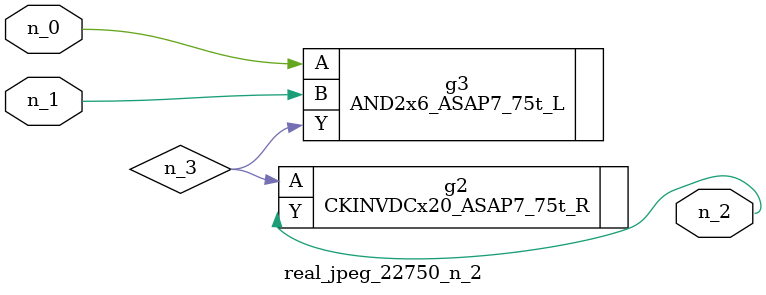
<source format=v>
module real_jpeg_22750_n_2 (n_1, n_0, n_2);

input n_1;
input n_0;

output n_2;

wire n_3;

AND2x6_ASAP7_75t_L g3 ( 
.A(n_0),
.B(n_1),
.Y(n_3)
);

CKINVDCx20_ASAP7_75t_R g2 ( 
.A(n_3),
.Y(n_2)
);


endmodule
</source>
